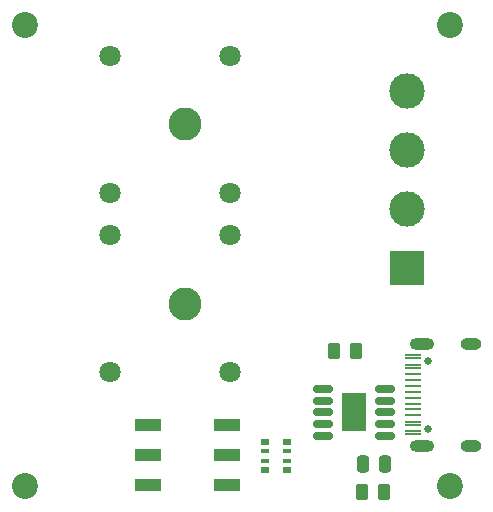
<source format=gbr>
%TF.GenerationSoftware,KiCad,Pcbnew,9.0.4*%
%TF.CreationDate,2025-10-30T13:03:14-05:00*%
%TF.ProjectId,USBCpwr,55534243-7077-4722-9e6b-696361645f70,rev?*%
%TF.SameCoordinates,Original*%
%TF.FileFunction,Soldermask,Top*%
%TF.FilePolarity,Negative*%
%FSLAX46Y46*%
G04 Gerber Fmt 4.6, Leading zero omitted, Abs format (unit mm)*
G04 Created by KiCad (PCBNEW 9.0.4) date 2025-10-30 13:03:14*
%MOMM*%
%LPD*%
G01*
G04 APERTURE LIST*
G04 Aperture macros list*
%AMRoundRect*
0 Rectangle with rounded corners*
0 $1 Rounding radius*
0 $2 $3 $4 $5 $6 $7 $8 $9 X,Y pos of 4 corners*
0 Add a 4 corners polygon primitive as box body*
4,1,4,$2,$3,$4,$5,$6,$7,$8,$9,$2,$3,0*
0 Add four circle primitives for the rounded corners*
1,1,$1+$1,$2,$3*
1,1,$1+$1,$4,$5*
1,1,$1+$1,$6,$7*
1,1,$1+$1,$8,$9*
0 Add four rect primitives between the rounded corners*
20,1,$1+$1,$2,$3,$4,$5,0*
20,1,$1+$1,$4,$5,$6,$7,0*
20,1,$1+$1,$6,$7,$8,$9,0*
20,1,$1+$1,$8,$9,$2,$3,0*%
G04 Aperture macros list end*
%ADD10R,0.800000X0.500000*%
%ADD11R,0.800000X0.400000*%
%ADD12C,1.800000*%
%ADD13C,2.800000*%
%ADD14O,1.800000X1.000000*%
%ADD15O,2.100000X1.000000*%
%ADD16R,1.400000X0.250000*%
%ADD17C,0.650000*%
%ADD18RoundRect,0.250000X-0.262500X-0.450000X0.262500X-0.450000X0.262500X0.450000X-0.262500X0.450000X0*%
%ADD19C,2.200000*%
%ADD20R,2.100000X3.300000*%
%ADD21RoundRect,0.150000X0.687500X0.150000X-0.687500X0.150000X-0.687500X-0.150000X0.687500X-0.150000X0*%
%ADD22R,3.000000X3.000000*%
%ADD23C,3.000000*%
%ADD24RoundRect,0.250000X0.262500X0.450000X-0.262500X0.450000X-0.262500X-0.450000X0.262500X-0.450000X0*%
%ADD25RoundRect,0.250000X0.250000X0.475000X-0.250000X0.475000X-0.250000X-0.475000X0.250000X-0.475000X0*%
%ADD26R,2.160000X1.120000*%
G04 APERTURE END LIST*
D10*
%TO.C,RN2*%
X107381307Y-71301288D03*
D11*
X107381307Y-72101288D03*
X107381307Y-72901288D03*
D10*
X107381307Y-73701288D03*
X109181307Y-73701288D03*
D11*
X109181307Y-72901288D03*
X109181307Y-72101288D03*
D10*
X109181307Y-71301288D03*
%TD*%
D12*
%TO.C,J5*%
X94240000Y-53800000D03*
X94240000Y-65400000D03*
X104400000Y-53800000D03*
X104400000Y-65400000D03*
D13*
X100600000Y-59600000D03*
%TD*%
D14*
%TO.C,J1*%
X124762500Y-62980000D03*
D15*
X120612500Y-62980000D03*
D14*
X124762500Y-71620000D03*
D15*
X120612500Y-71620000D03*
D16*
X119912500Y-70375000D03*
X119912500Y-69575000D03*
X119912500Y-66050000D03*
X119912500Y-68050000D03*
X119912500Y-66550000D03*
X119912500Y-65550000D03*
X119912500Y-65025000D03*
X119912500Y-64225000D03*
X119912500Y-63975000D03*
X119912500Y-64775000D03*
X119912500Y-69050000D03*
X119912500Y-67050000D03*
X119912500Y-67550000D03*
X119912500Y-68550000D03*
X119912500Y-69825000D03*
X119912500Y-70625000D03*
D17*
X121112500Y-64410000D03*
X121112500Y-70190000D03*
%TD*%
D18*
%TO.C,R2*%
X117412500Y-75500000D03*
X115587500Y-75500000D03*
%TD*%
D13*
%TO.C,J4*%
X100600000Y-44400000D03*
D12*
X104400000Y-50200000D03*
X104400000Y-38600000D03*
X94240000Y-50200000D03*
X94240000Y-38600000D03*
%TD*%
D19*
%TO.C,H4*%
X87000000Y-75000000D03*
%TD*%
D20*
%TO.C,U1*%
X114900000Y-68800000D03*
D21*
X112262500Y-70800000D03*
X112262500Y-69800000D03*
X112262500Y-68800000D03*
X112262500Y-67800000D03*
X112262500Y-66800000D03*
X117537500Y-66800000D03*
X117537500Y-67800000D03*
X117537500Y-68800000D03*
X117537500Y-69800000D03*
X117537500Y-70800000D03*
%TD*%
D19*
%TO.C,H3*%
X123000000Y-75000000D03*
%TD*%
D22*
%TO.C,J3*%
X119400000Y-56600000D03*
D23*
X119400000Y-51600000D03*
X119400000Y-46600000D03*
X119400000Y-41600000D03*
%TD*%
D19*
%TO.C,H2*%
X123000000Y-36000000D03*
%TD*%
D24*
%TO.C,R1*%
X113187500Y-63600000D03*
X115012500Y-63600000D03*
%TD*%
D19*
%TO.C,H1*%
X87000000Y-36000000D03*
%TD*%
D25*
%TO.C,C1*%
X115600000Y-73200000D03*
X117500000Y-73200000D03*
%TD*%
D26*
%TO.C,SW1*%
X104130000Y-74980000D03*
X104130000Y-72440000D03*
X104130000Y-69900000D03*
X97400000Y-69900000D03*
X97400000Y-72440000D03*
X97400000Y-74980000D03*
%TD*%
M02*

</source>
